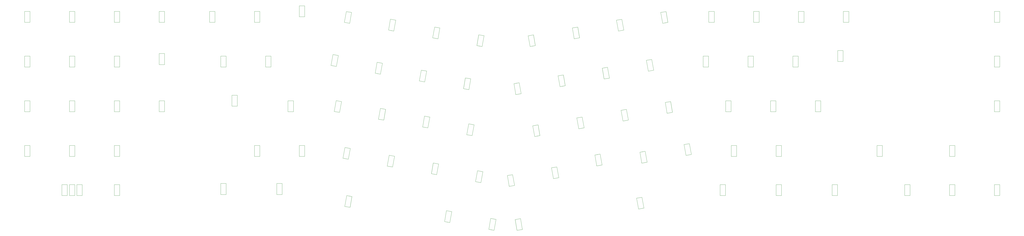
<source format=gbr>
%TF.GenerationSoftware,KiCad,Pcbnew,(5.1.10)-1*%
%TF.CreationDate,2022-01-23T15:25:41-08:00*%
%TF.ProjectId,V2,56322e6b-6963-4616-945f-706362585858,rev?*%
%TF.SameCoordinates,Original*%
%TF.FileFunction,Other,User*%
%FSLAX46Y46*%
G04 Gerber Fmt 4.6, Leading zero omitted, Abs format (unit mm)*
G04 Created by KiCad (PCBNEW (5.1.10)-1) date 2022-01-23 15:25:41*
%MOMM*%
%LPD*%
G01*
G04 APERTURE LIST*
%ADD10C,0.050000*%
G04 APERTURE END LIST*
D10*
%TO.C,D92*%
X422574043Y-85693750D02*
X422574043Y-80993750D01*
X422574043Y-80993750D02*
X420274043Y-80993750D01*
X420274043Y-80993750D02*
X420274043Y-85693750D01*
X422574043Y-85693750D02*
X420274043Y-85693750D01*
%TO.C,D91*%
X422574043Y-49975000D02*
X422574043Y-45275000D01*
X422574043Y-45275000D02*
X420274043Y-45275000D01*
X420274043Y-45275000D02*
X420274043Y-49975000D01*
X422574043Y-49975000D02*
X420274043Y-49975000D01*
%TO.C,D89*%
X422574043Y-30925000D02*
X422574043Y-26225000D01*
X422574043Y-26225000D02*
X420274043Y-26225000D01*
X420274043Y-26225000D02*
X420274043Y-30925000D01*
X422574043Y-30925000D02*
X420274043Y-30925000D01*
%TO.C,D88*%
X403524043Y-85693750D02*
X403524043Y-80993750D01*
X403524043Y-80993750D02*
X401224043Y-80993750D01*
X401224043Y-80993750D02*
X401224043Y-85693750D01*
X403524043Y-85693750D02*
X401224043Y-85693750D01*
%TO.C,D87*%
X403524043Y-69025000D02*
X403524043Y-64325000D01*
X403524043Y-64325000D02*
X401224043Y-64325000D01*
X401224043Y-64325000D02*
X401224043Y-69025000D01*
X403524043Y-69025000D02*
X401224043Y-69025000D01*
%TO.C,D86*%
X372757793Y-69025000D02*
X372757793Y-64325000D01*
X372757793Y-64325000D02*
X370457793Y-64325000D01*
X370457793Y-64325000D02*
X370457793Y-69025000D01*
X372757793Y-69025000D02*
X370457793Y-69025000D01*
%TO.C,D85*%
X346564043Y-49975000D02*
X346564043Y-45275000D01*
X346564043Y-45275000D02*
X344264043Y-45275000D01*
X344264043Y-45275000D02*
X344264043Y-49975000D01*
X346564043Y-49975000D02*
X344264043Y-49975000D01*
%TO.C,D84*%
X356089043Y-28543750D02*
X356089043Y-23843750D01*
X356089043Y-23843750D02*
X353789043Y-23843750D01*
X353789043Y-23843750D02*
X353789043Y-28543750D01*
X356089043Y-28543750D02*
X353789043Y-28543750D01*
%TO.C,D83*%
X337039043Y-30925000D02*
X337039043Y-26225000D01*
X337039043Y-26225000D02*
X334739043Y-26225000D01*
X334739043Y-26225000D02*
X334739043Y-30925000D01*
X337039043Y-30925000D02*
X334739043Y-30925000D01*
%TO.C,D82*%
X358470293Y-11875000D02*
X358470293Y-7175000D01*
X358470293Y-7175000D02*
X356170293Y-7175000D01*
X356170293Y-7175000D02*
X356170293Y-11875000D01*
X358470293Y-11875000D02*
X356170293Y-11875000D01*
%TO.C,D81*%
X339420293Y-11875000D02*
X339420293Y-7175000D01*
X339420293Y-7175000D02*
X337120293Y-7175000D01*
X337120293Y-7175000D02*
X337120293Y-11875000D01*
X339420293Y-11875000D02*
X337120293Y-11875000D01*
%TO.C,D80*%
X384474043Y-85693750D02*
X384474043Y-80993750D01*
X384474043Y-80993750D02*
X382174043Y-80993750D01*
X382174043Y-80993750D02*
X382174043Y-85693750D01*
X384474043Y-85693750D02*
X382174043Y-85693750D01*
%TO.C,D79*%
X353707793Y-85693750D02*
X353707793Y-80993750D01*
X353707793Y-80993750D02*
X351407793Y-80993750D01*
X351407793Y-80993750D02*
X351407793Y-85693750D01*
X353707793Y-85693750D02*
X351407793Y-85693750D01*
%TO.C,D78*%
X329895293Y-69025000D02*
X329895293Y-64325000D01*
X329895293Y-64325000D02*
X327595293Y-64325000D01*
X327595293Y-64325000D02*
X327595293Y-69025000D01*
X329895293Y-69025000D02*
X327595293Y-69025000D01*
%TO.C,D77*%
X327514043Y-49975000D02*
X327514043Y-45275000D01*
X327514043Y-45275000D02*
X325214043Y-45275000D01*
X325214043Y-45275000D02*
X325214043Y-49975000D01*
X327514043Y-49975000D02*
X325214043Y-49975000D01*
%TO.C,D76*%
X317989043Y-30925000D02*
X317989043Y-26225000D01*
X317989043Y-26225000D02*
X315689043Y-26225000D01*
X315689043Y-26225000D02*
X315689043Y-30925000D01*
X317989043Y-30925000D02*
X315689043Y-30925000D01*
%TO.C,D75*%
X298939043Y-30925000D02*
X298939043Y-26225000D01*
X298939043Y-26225000D02*
X296639043Y-26225000D01*
X296639043Y-26225000D02*
X296639043Y-30925000D01*
X298939043Y-30925000D02*
X296639043Y-30925000D01*
%TO.C,D74*%
X320370293Y-11875000D02*
X320370293Y-7175000D01*
X320370293Y-7175000D02*
X318070293Y-7175000D01*
X318070293Y-7175000D02*
X318070293Y-11875000D01*
X320370293Y-11875000D02*
X318070293Y-11875000D01*
%TO.C,D73*%
X301320293Y-11875000D02*
X301320293Y-7175000D01*
X301320293Y-7175000D02*
X299020293Y-7175000D01*
X299020293Y-7175000D02*
X299020293Y-11875000D01*
X301320293Y-11875000D02*
X299020293Y-11875000D01*
%TO.C,D72*%
X308464043Y-49975000D02*
X308464043Y-45275000D01*
X308464043Y-45275000D02*
X306164043Y-45275000D01*
X306164043Y-45275000D02*
X306164043Y-49975000D01*
X308464043Y-49975000D02*
X306164043Y-49975000D01*
%TO.C,D71*%
X310845293Y-69025000D02*
X310845293Y-64325000D01*
X310845293Y-64325000D02*
X308545293Y-64325000D01*
X308545293Y-64325000D02*
X308545293Y-69025000D01*
X310845293Y-69025000D02*
X308545293Y-69025000D01*
%TO.C,D70*%
X329895293Y-85693750D02*
X329895293Y-80993750D01*
X329895293Y-80993750D02*
X327595293Y-80993750D01*
X327595293Y-80993750D02*
X327595293Y-85693750D01*
X329895293Y-85693750D02*
X327595293Y-85693750D01*
%TO.C,D69*%
X306082793Y-85693750D02*
X306082793Y-80993750D01*
X306082793Y-80993750D02*
X303782793Y-80993750D01*
X303782793Y-80993750D02*
X303782793Y-85693750D01*
X306082793Y-85693750D02*
X303782793Y-85693750D01*
%TO.C,D68*%
X291583202Y-68180003D02*
X290767056Y-63551406D01*
X290767056Y-63551406D02*
X288501998Y-63950797D01*
X288501998Y-63950797D02*
X289318144Y-68579394D01*
X291583202Y-68180003D02*
X289318144Y-68579394D01*
%TO.C,D67*%
X283594902Y-50222203D02*
X282778756Y-45593606D01*
X282778756Y-45593606D02*
X280513698Y-45992997D01*
X280513698Y-45992997D02*
X281329844Y-50621594D01*
X283594902Y-50222203D02*
X281329844Y-50621594D01*
%TO.C,D66*%
X275581202Y-32264403D02*
X274765056Y-27635806D01*
X274765056Y-27635806D02*
X272499998Y-28035197D01*
X272499998Y-28035197D02*
X273316144Y-32663794D01*
X275581202Y-32264403D02*
X273316144Y-32663794D01*
%TO.C,D65*%
X281664502Y-11855503D02*
X280848356Y-7226906D01*
X280848356Y-7226906D02*
X278583298Y-7626297D01*
X278583298Y-7626297D02*
X279399444Y-12254894D01*
X281664502Y-11855503D02*
X279399444Y-12254894D01*
%TO.C,D64*%
X272825302Y-71431203D02*
X272009156Y-66802606D01*
X272009156Y-66802606D02*
X269744098Y-67201997D01*
X269744098Y-67201997D02*
X270560244Y-71830594D01*
X272825302Y-71431203D02*
X270560244Y-71830594D01*
%TO.C,D63*%
X271441002Y-91027303D02*
X270624856Y-86398706D01*
X270624856Y-86398706D02*
X268359798Y-86798097D01*
X268359798Y-86798097D02*
X269175944Y-91426694D01*
X271441002Y-91027303D02*
X269175944Y-91426694D01*
%TO.C,D62*%
X253686402Y-72625003D02*
X252870256Y-67996406D01*
X252870256Y-67996406D02*
X250605198Y-68395797D01*
X250605198Y-68395797D02*
X251421344Y-73024394D01*
X253686402Y-72625003D02*
X251421344Y-73024394D01*
%TO.C,D61*%
X264824302Y-53536903D02*
X264008156Y-48908306D01*
X264008156Y-48908306D02*
X261743098Y-49307697D01*
X261743098Y-49307697D02*
X262559244Y-53936294D01*
X264824302Y-53536903D02*
X262559244Y-53936294D01*
%TO.C,D60*%
X256823302Y-35591803D02*
X256007156Y-30963206D01*
X256007156Y-30963206D02*
X253742098Y-31362597D01*
X253742098Y-31362597D02*
X254558244Y-35991194D01*
X256823302Y-35591803D02*
X254558244Y-35991194D01*
%TO.C,D59*%
X238052702Y-38868403D02*
X237236556Y-34239806D01*
X237236556Y-34239806D02*
X234971498Y-34639197D01*
X234971498Y-34639197D02*
X235787644Y-39267794D01*
X238052702Y-38868403D02*
X235787644Y-39267794D01*
%TO.C,D58*%
X262893902Y-15157503D02*
X262077756Y-10528906D01*
X262077756Y-10528906D02*
X259812698Y-10928297D01*
X259812698Y-10928297D02*
X260628844Y-15556894D01*
X262893902Y-15157503D02*
X260628844Y-15556894D01*
%TO.C,D57*%
X244136002Y-18459503D02*
X243319856Y-13830906D01*
X243319856Y-13830906D02*
X241054798Y-14230297D01*
X241054798Y-14230297D02*
X241870944Y-18858894D01*
X244136002Y-18459503D02*
X241870944Y-18858894D01*
%TO.C,D56*%
X246053702Y-56826203D02*
X245237556Y-52197606D01*
X245237556Y-52197606D02*
X242972498Y-52596997D01*
X242972498Y-52596997D02*
X243788644Y-57225594D01*
X246053702Y-56826203D02*
X243788644Y-57225594D01*
%TO.C,D55*%
X235296802Y-78073303D02*
X234480656Y-73444706D01*
X234480656Y-73444706D02*
X232215598Y-73844097D01*
X232215598Y-73844097D02*
X233031744Y-78472694D01*
X235296802Y-78073303D02*
X233031744Y-78472694D01*
%TO.C,D54*%
X219840902Y-100120503D02*
X219024756Y-95491906D01*
X219024756Y-95491906D02*
X216759698Y-95891297D01*
X216759698Y-95891297D02*
X217575844Y-100519894D01*
X219840902Y-100120503D02*
X217575844Y-100519894D01*
%TO.C,D53*%
X207823356Y-100456394D02*
X208639502Y-95827797D01*
X208639502Y-95827797D02*
X206374444Y-95428406D01*
X206374444Y-95428406D02*
X205558298Y-100057003D01*
X207823356Y-100456394D02*
X205558298Y-100057003D01*
%TO.C,D52*%
X216526202Y-81388003D02*
X215710056Y-76759406D01*
X215710056Y-76759406D02*
X213444998Y-77158797D01*
X213444998Y-77158797D02*
X214261144Y-81787394D01*
X216526202Y-81388003D02*
X214261144Y-81787394D01*
%TO.C,D51*%
X227308502Y-60140903D02*
X226492356Y-55512306D01*
X226492356Y-55512306D02*
X224227298Y-55911697D01*
X224227298Y-55911697D02*
X225043444Y-60540294D01*
X227308502Y-60140903D02*
X225043444Y-60540294D01*
%TO.C,D50*%
X219307502Y-42221203D02*
X218491356Y-37592606D01*
X218491356Y-37592606D02*
X216226298Y-37991997D01*
X216226298Y-37991997D02*
X217042444Y-42620594D01*
X219307502Y-42221203D02*
X217042444Y-42620594D01*
%TO.C,D49*%
X225365402Y-21786903D02*
X224549256Y-17158306D01*
X224549256Y-17158306D02*
X222284198Y-17557697D01*
X222284198Y-17557697D02*
X223100344Y-22186294D01*
X225365402Y-21786903D02*
X223100344Y-22186294D01*
%TO.C,D48*%
X202756056Y-22173594D02*
X203572202Y-17544997D01*
X203572202Y-17544997D02*
X201307144Y-17145606D01*
X201307144Y-17145606D02*
X200490998Y-21774203D01*
X202756056Y-22173594D02*
X200490998Y-21774203D01*
%TO.C,D47*%
X197091856Y-40537794D02*
X197908002Y-35909197D01*
X197908002Y-35909197D02*
X195642944Y-35509806D01*
X195642944Y-35509806D02*
X194826798Y-40138403D01*
X197091856Y-40537794D02*
X194826798Y-40138403D01*
%TO.C,D46*%
X198476156Y-60121194D02*
X199292302Y-55492597D01*
X199292302Y-55492597D02*
X197027244Y-55093206D01*
X197027244Y-55093206D02*
X196211098Y-59721803D01*
X198476156Y-60121194D02*
X196211098Y-59721803D01*
%TO.C,D45*%
X202209956Y-80136394D02*
X203026102Y-75507797D01*
X203026102Y-75507797D02*
X200761044Y-75108406D01*
X200761044Y-75108406D02*
X199944898Y-79737003D01*
X202209956Y-80136394D02*
X199944898Y-79737003D01*
%TO.C,D44*%
X179718256Y-56819194D02*
X180534402Y-52190597D01*
X180534402Y-52190597D02*
X178269344Y-51791206D01*
X178269344Y-51791206D02*
X177453198Y-56419803D01*
X179718256Y-56819194D02*
X177453198Y-56419803D01*
%TO.C,D43*%
X178346656Y-37235794D02*
X179162802Y-32607197D01*
X179162802Y-32607197D02*
X176897744Y-32207806D01*
X176897744Y-32207806D02*
X176081598Y-36836403D01*
X178346656Y-37235794D02*
X176081598Y-36836403D01*
%TO.C,D42*%
X183985456Y-18871594D02*
X184801602Y-14242997D01*
X184801602Y-14242997D02*
X182536544Y-13843606D01*
X182536544Y-13843606D02*
X181720398Y-18472203D01*
X183985456Y-18871594D02*
X181720398Y-18472203D01*
%TO.C,D41*%
X165240256Y-15544194D02*
X166056402Y-10915597D01*
X166056402Y-10915597D02*
X163791344Y-10516206D01*
X163791344Y-10516206D02*
X162975198Y-15144803D01*
X165240256Y-15544194D02*
X162975198Y-15144803D01*
%TO.C,D40*%
X183452056Y-76796294D02*
X184268202Y-72167697D01*
X184268202Y-72167697D02*
X182003144Y-71768306D01*
X182003144Y-71768306D02*
X181186998Y-76396903D01*
X183452056Y-76796294D02*
X181186998Y-76396903D01*
%TO.C,D39*%
X189040056Y-97154394D02*
X189856202Y-92525797D01*
X189856202Y-92525797D02*
X187591144Y-92126406D01*
X187591144Y-92126406D02*
X186774998Y-96755003D01*
X189040056Y-97154394D02*
X186774998Y-96755003D01*
%TO.C,D38*%
X164694156Y-73506994D02*
X165510302Y-68878397D01*
X165510302Y-68878397D02*
X163245244Y-68479006D01*
X163245244Y-68479006D02*
X162429098Y-73107603D01*
X164694156Y-73506994D02*
X162429098Y-73107603D01*
%TO.C,D37*%
X160960356Y-53517194D02*
X161776502Y-48888597D01*
X161776502Y-48888597D02*
X159511444Y-48489206D01*
X159511444Y-48489206D02*
X158695298Y-53117803D01*
X160960356Y-53517194D02*
X158695298Y-53117803D01*
%TO.C,D36*%
X159576056Y-33908394D02*
X160392202Y-29279797D01*
X160392202Y-29279797D02*
X158127144Y-28880406D01*
X158127144Y-28880406D02*
X157310998Y-33509003D01*
X159576056Y-33908394D02*
X157310998Y-33509003D01*
%TO.C,D35*%
X140818156Y-30619094D02*
X141634302Y-25990497D01*
X141634302Y-25990497D02*
X139369244Y-25591106D01*
X139369244Y-25591106D02*
X138553098Y-30219703D01*
X140818156Y-30619094D02*
X138553098Y-30219703D01*
%TO.C,D34*%
X146469656Y-12267594D02*
X147285802Y-7638997D01*
X147285802Y-7638997D02*
X145020744Y-7239606D01*
X145020744Y-7239606D02*
X144204598Y-11868203D01*
X146469656Y-12267594D02*
X144204598Y-11868203D01*
%TO.C,D33*%
X127356250Y-9493750D02*
X127356250Y-4793750D01*
X127356250Y-4793750D02*
X125056250Y-4793750D01*
X125056250Y-4793750D02*
X125056250Y-9493750D01*
X127356250Y-9493750D02*
X125056250Y-9493750D01*
%TO.C,D32*%
X142189756Y-50215194D02*
X143005902Y-45586597D01*
X143005902Y-45586597D02*
X140740844Y-45187206D01*
X140740844Y-45187206D02*
X139924698Y-49815803D01*
X142189756Y-50215194D02*
X139924698Y-49815803D01*
%TO.C,D31*%
X145923556Y-70192294D02*
X146739702Y-65563697D01*
X146739702Y-65563697D02*
X144474644Y-65164306D01*
X144474644Y-65164306D02*
X143658498Y-69792903D01*
X145923556Y-70192294D02*
X143658498Y-69792903D01*
%TO.C,D30*%
X146647456Y-90702794D02*
X147463602Y-86074197D01*
X147463602Y-86074197D02*
X145198544Y-85674806D01*
X145198544Y-85674806D02*
X144382398Y-90303403D01*
X146647456Y-90702794D02*
X144382398Y-90303403D01*
%TO.C,D29*%
X117831250Y-85217500D02*
X117831250Y-80517500D01*
X117831250Y-80517500D02*
X115531250Y-80517500D01*
X115531250Y-80517500D02*
X115531250Y-85217500D01*
X117831250Y-85217500D02*
X115531250Y-85217500D01*
%TO.C,D28*%
X127356250Y-69025000D02*
X127356250Y-64325000D01*
X127356250Y-64325000D02*
X125056250Y-64325000D01*
X125056250Y-64325000D02*
X125056250Y-69025000D01*
X127356250Y-69025000D02*
X125056250Y-69025000D01*
%TO.C,D27*%
X122593750Y-49975000D02*
X122593750Y-45275000D01*
X122593750Y-45275000D02*
X120293750Y-45275000D01*
X120293750Y-45275000D02*
X120293750Y-49975000D01*
X122593750Y-49975000D02*
X120293750Y-49975000D01*
%TO.C,D26*%
X113068750Y-30925000D02*
X113068750Y-26225000D01*
X113068750Y-26225000D02*
X110768750Y-26225000D01*
X110768750Y-26225000D02*
X110768750Y-30925000D01*
X113068750Y-30925000D02*
X110768750Y-30925000D01*
%TO.C,D25*%
X108306250Y-11875000D02*
X108306250Y-7175000D01*
X108306250Y-7175000D02*
X106006250Y-7175000D01*
X106006250Y-7175000D02*
X106006250Y-11875000D01*
X108306250Y-11875000D02*
X106006250Y-11875000D01*
%TO.C,D24*%
X89256250Y-11875000D02*
X89256250Y-7175000D01*
X89256250Y-7175000D02*
X86956250Y-7175000D01*
X86956250Y-7175000D02*
X86956250Y-11875000D01*
X89256250Y-11875000D02*
X86956250Y-11875000D01*
%TO.C,D23*%
X94018750Y-30925000D02*
X94018750Y-26225000D01*
X94018750Y-26225000D02*
X91718750Y-26225000D01*
X91718750Y-26225000D02*
X91718750Y-30925000D01*
X94018750Y-30925000D02*
X91718750Y-30925000D01*
%TO.C,D22*%
X98781250Y-47593750D02*
X98781250Y-42893750D01*
X98781250Y-42893750D02*
X96481250Y-42893750D01*
X96481250Y-42893750D02*
X96481250Y-47593750D01*
X98781250Y-47593750D02*
X96481250Y-47593750D01*
%TO.C,D21*%
X108306250Y-69025000D02*
X108306250Y-64325000D01*
X108306250Y-64325000D02*
X106006250Y-64325000D01*
X106006250Y-64325000D02*
X106006250Y-69025000D01*
X108306250Y-69025000D02*
X106006250Y-69025000D01*
%TO.C,D20*%
X94018750Y-85217500D02*
X94018750Y-80517500D01*
X94018750Y-80517500D02*
X91718750Y-80517500D01*
X91718750Y-80517500D02*
X91718750Y-85217500D01*
X94018750Y-85217500D02*
X91718750Y-85217500D01*
%TO.C,D19*%
X65525000Y-45249600D02*
X65525000Y-49949600D01*
X65525000Y-49949600D02*
X67825000Y-49949600D01*
X67825000Y-49949600D02*
X67825000Y-45249600D01*
X65525000Y-45249600D02*
X67825000Y-45249600D01*
%TO.C,D18*%
X65525000Y-25132800D02*
X65525000Y-29832800D01*
X65525000Y-29832800D02*
X67825000Y-29832800D01*
X67825000Y-29832800D02*
X67825000Y-25132800D01*
X65525000Y-25132800D02*
X67825000Y-25132800D01*
%TO.C,D17*%
X67825000Y-11875000D02*
X67825000Y-7175000D01*
X67825000Y-7175000D02*
X65525000Y-7175000D01*
X65525000Y-7175000D02*
X65525000Y-11875000D01*
X67825000Y-11875000D02*
X65525000Y-11875000D01*
%TO.C,D16*%
X48775000Y-85693750D02*
X48775000Y-80993750D01*
X48775000Y-80993750D02*
X46475000Y-80993750D01*
X46475000Y-80993750D02*
X46475000Y-85693750D01*
X48775000Y-85693750D02*
X46475000Y-85693750D01*
%TO.C,D15*%
X48775000Y-69025000D02*
X48775000Y-64325000D01*
X48775000Y-64325000D02*
X46475000Y-64325000D01*
X46475000Y-64325000D02*
X46475000Y-69025000D01*
X48775000Y-69025000D02*
X46475000Y-69025000D01*
%TO.C,D14*%
X48775000Y-49975000D02*
X48775000Y-45275000D01*
X48775000Y-45275000D02*
X46475000Y-45275000D01*
X46475000Y-45275000D02*
X46475000Y-49975000D01*
X48775000Y-49975000D02*
X46475000Y-49975000D01*
%TO.C,D13*%
X29725000Y-49975000D02*
X29725000Y-45275000D01*
X29725000Y-45275000D02*
X27425000Y-45275000D01*
X27425000Y-45275000D02*
X27425000Y-49975000D01*
X29725000Y-49975000D02*
X27425000Y-49975000D01*
%TO.C,D12*%
X48775000Y-30925000D02*
X48775000Y-26225000D01*
X48775000Y-26225000D02*
X46475000Y-26225000D01*
X46475000Y-26225000D02*
X46475000Y-30925000D01*
X48775000Y-30925000D02*
X46475000Y-30925000D01*
%TO.C,D11*%
X29725000Y-30925000D02*
X29725000Y-26225000D01*
X29725000Y-26225000D02*
X27425000Y-26225000D01*
X27425000Y-26225000D02*
X27425000Y-30925000D01*
X29725000Y-30925000D02*
X27425000Y-30925000D01*
%TO.C,D10*%
X48775000Y-11875000D02*
X48775000Y-7175000D01*
X48775000Y-7175000D02*
X46475000Y-7175000D01*
X46475000Y-7175000D02*
X46475000Y-11875000D01*
X48775000Y-11875000D02*
X46475000Y-11875000D01*
%TO.C,D9*%
X29725000Y-11875000D02*
X29725000Y-7175000D01*
X29725000Y-7175000D02*
X27425000Y-7175000D01*
X27425000Y-7175000D02*
X27425000Y-11875000D01*
X29725000Y-11875000D02*
X27425000Y-11875000D01*
%TO.C,D8*%
X29725000Y-69025000D02*
X29725000Y-64325000D01*
X29725000Y-64325000D02*
X27425000Y-64325000D01*
X27425000Y-64325000D02*
X27425000Y-69025000D01*
X29725000Y-69025000D02*
X27425000Y-69025000D01*
%TO.C,D7*%
X26550000Y-85693750D02*
X26550000Y-80993750D01*
X26550000Y-80993750D02*
X24250000Y-80993750D01*
X24250000Y-80993750D02*
X24250000Y-85693750D01*
X26550000Y-85693750D02*
X24250000Y-85693750D01*
%TO.C,D6*%
X32900000Y-85693750D02*
X32900000Y-80993750D01*
X32900000Y-80993750D02*
X30600000Y-80993750D01*
X30600000Y-80993750D02*
X30600000Y-85693750D01*
X32900000Y-85693750D02*
X30600000Y-85693750D01*
%TO.C,D5*%
X29725000Y-85693750D02*
X29725000Y-80993750D01*
X29725000Y-80993750D02*
X27425000Y-80993750D01*
X27425000Y-80993750D02*
X27425000Y-85693750D01*
X29725000Y-85693750D02*
X27425000Y-85693750D01*
%TO.C,D4*%
X10675000Y-69025000D02*
X10675000Y-64325000D01*
X10675000Y-64325000D02*
X8375000Y-64325000D01*
X8375000Y-64325000D02*
X8375000Y-69025000D01*
X10675000Y-69025000D02*
X8375000Y-69025000D01*
%TO.C,D3*%
X10675000Y-49975000D02*
X10675000Y-45275000D01*
X10675000Y-45275000D02*
X8375000Y-45275000D01*
X8375000Y-45275000D02*
X8375000Y-49975000D01*
X10675000Y-49975000D02*
X8375000Y-49975000D01*
%TO.C,D2*%
X10675000Y-30925000D02*
X10675000Y-26225000D01*
X10675000Y-26225000D02*
X8375000Y-26225000D01*
X8375000Y-26225000D02*
X8375000Y-30925000D01*
X10675000Y-30925000D02*
X8375000Y-30925000D01*
%TO.C,D1*%
X10675000Y-11875000D02*
X10675000Y-7175000D01*
X10675000Y-7175000D02*
X8375000Y-7175000D01*
X8375000Y-7175000D02*
X8375000Y-11875000D01*
X10675000Y-11875000D02*
X8375000Y-11875000D01*
%TO.C,D90*%
X422574043Y-11875000D02*
X422574043Y-7175000D01*
X422574043Y-7175000D02*
X420274043Y-7175000D01*
X420274043Y-7175000D02*
X420274043Y-11875000D01*
X422574043Y-11875000D02*
X420274043Y-11875000D01*
%TD*%
M02*

</source>
